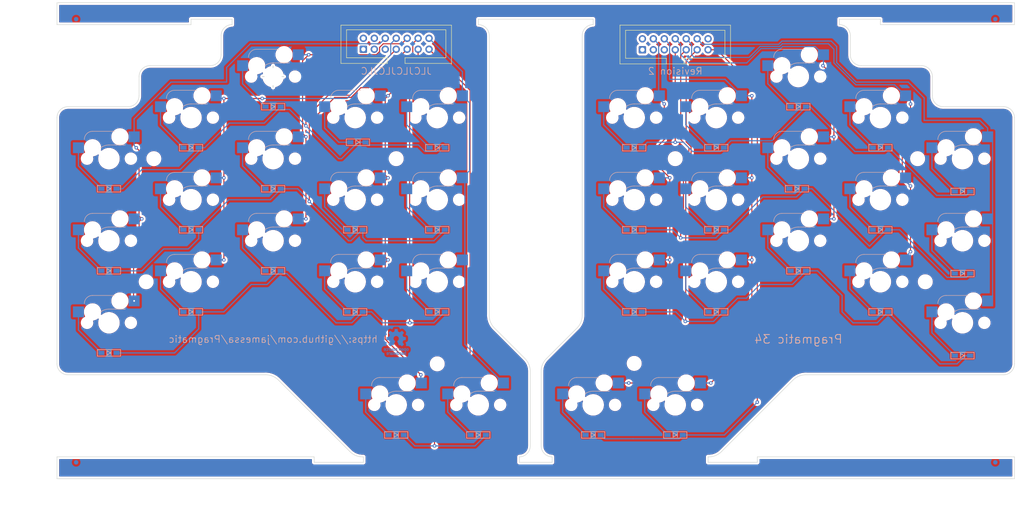
<source format=kicad_pcb>
(kicad_pcb (version 20211014) (generator pcbnew)
  (title_block (title "Pragmatic 34 input module") (date "2022-08-07") (rev "2") (company "James Sa") (comment 1 "R2 Panelize and lower thumb posisition."))
  (layers (0 "F.Cu" signal) (31 "B.Cu" signal) (34 "B.Paste" user) (35 "F.Paste" user) (36 "B.SilkS" user "B.Silkscreen") (37 "F.SilkS" user "F.Silkscreen") (38 "B.Mask" user) (39 "F.Mask" user) (44 "Edge.Cuts" user))
  (net 0 "")
  (net 1 "Net-(D1-Pad2)")
  (net 2 "Net-(D6-Pad2)")
  (net 3 "Net-(D2-Pad2)")
  (net 4 "Net-(D7-Pad2)")
  (net 5 "Net-(D12-Pad2)")
  (net 6 "Net-(D8-Pad2)")
  (net 7 "VCC")
  (net 8 "Col3")
  (net 9 "Col2")
  (net 10 "Row3")
  (net 11 "GND")
  (net 12 "Row4")
  (net 13 "Row5")
  (net 14 "Row6")
  (net 15 "Col6")
  (net 16 "Col5")
  (net 17 "Col4")
  (net 18 "Net-(D3-Pad2)")
  (net 19 "Net-(D4-Pad2)")
  (net 20 "Net-(D5-Pad2)")
  (net 21 "Net-(D18-Pad2)")
  (net 22 "Net-(D9-Pad2)")
  (net 23 "Net-(D10-Pad2)")
  (net 24 "Net-(D11-Pad2)")
  (net 25 "Net-(D13-Pad2)")
  (net 26 "Net-(D14-Pad2)")
  (net 27 "Net-(D15-Pad2)")
  (net 28 "Net-(D16-Pad2)")
  (net 29 "Net-(D17-Pad2)")
  (net 30 "Net-(D22-Pad2)")
  (net 31 "Net-(D23-Pad2)")
  (net 32 "Net-(D19-Pad2)")
  (net 33 "Net-(D20-Pad2)")
  (net 34 "Net-(D21-Pad2)")
  (net 35 "Net-(D24-Pad2)")
  (net 36 "Net-(D25-Pad2)")
  (net 37 "Net-(D26-Pad2)")
  (net 38 "Net-(D27-Pad2)")
  (net 39 "Net-(D28-Pad2)")
  (net 40 "Net-(D29-Pad2)")
  (net 41 "Net-(D30-Pad2)")
  (net 42 "Net-(D31-Pad2)")
  (net 43 "Net-(D32-Pad2)")
  (net 44 "Net-(D33-Pad2)")
  (net 45 "Net-(D34-Pad2)")
  (net 46 "Col7")
  (net 47 "Col8")
  (net 48 "Col9")
  (net 49 "Col10")
  (net 50 "Col11")
  (net 51 "Row3'")
  (net 52 "Row4'")
  (net 53 "Row5'")
  (net 54 "Row6'")
  (footprint "Keyboard_JSA:MX_Hotswap" (layer "F.Cu") (at 57.15 76.2)
    (fp_text reference "SW1" hide)
    (fp_text value "SW_Push" hide)
  )
  (footprint "Keyboard_JSA:MX_Hotswap" (layer "F.Cu") (at 198.12 66.675)
    (fp_text reference "SW7" hide)
    (fp_text value "SW_Push" hide)
  )
  (footprint "Keyboard_JSA:MX_Hotswap" (layer "F.Cu") (at 217.17 57.15)
    (fp_text reference "SW8" hide)
    (fp_text value "SW_Push" hide)
  )
  (footprint "Keyboard_JSA:MX_Hotswap" (layer "F.Cu") (at 76.2 66.675)
    (fp_text reference "SW2" hide)
    (fp_text value "SW_Push" hide)
  )
  (footprint "Keyboard_JSA:MX_Hotswap" (layer "F.Cu") (at 95.25 57.15)
    (fp_text reference "SW3" hide)
    (fp_text value "SW_Push" hide)
  )
  (footprint "Keyboard_JSA:MX_Hotswap" (layer "F.Cu") (at 114.3 66.675)
    (fp_text reference "SW4" hide)
    (fp_text value "SW_Push" hide)
  )
  (footprint "Keyboard_JSA:MX_Hotswap" (layer "F.Cu") (at 133.35 66.675)
    (fp_text reference "SW5" hide)
    (fp_text value "SW_Push" hide)
  )
  (footprint "Keyboard_JSA:MX_Hotswap" (layer "F.Cu") (at 236.22 66.675)
    (fp_text reference "SW9" hide)
    (fp_text value "SW_Push" hide)
  )
  (footprint "Keyboard_JSA:MX_Hotswap" (layer "F.Cu") (at 255.27 76.2)
    (fp_text reference "SW10" hide)
    (fp_text value "SW_Push" hide)
  )
  (footprint "Keyboard_JSA:MX_Hotswap" (layer "F.Cu") (at 57.15 95.25)
    (fp_text reference "SW11" hide)
    (fp_text value "SW_Push" hide)
  )
  (footprint "Keyboard_JSA:MX_Hotswap" (layer "F.Cu") (at 95.25 76.2)
    (fp_text reference "SW13" hide)
    (fp_text value "SW_Push" hide)
  )
  (footprint "Keyboard_JSA:MX_Hotswap" (layer "F.Cu") (at 114.3 85.725)
    (fp_text reference "SW14" hide)
    (fp_text value "SW_Push" hide)
  )
  (footprint "Keyboard_JSA:MX_Hotswap" (layer "F.Cu") (at 133.35 85.725)
    (fp_text reference "SW15" hide)
    (fp_text value "SW_Push" hide)
  )
  (footprint "Keyboard_JSA:MX_Hotswap" (layer "F.Cu") (at 179.07 85.725)
    (fp_text reference "SW16" hide)
    (fp_text value "SW_Push" hide)
  )
  (footprint "Keyboard_JSA:MX_Hotswap" (layer "F.Cu") (at 198.12 85.725)
    (fp_text reference "SW17" hide)
    (fp_text value "SW_Push" hide)
  )
  (footprint "Keyboard_JSA:MX_Hotswap" (layer "F.Cu") (at 76.2 104.775)
    (fp_text reference "SW22" hide)
    (fp_text value "SW_Push" hide)
  )
  (footprint "Keyboard_JSA:MX_Hotswap" (layer "F.Cu") (at 95.25 95.25)
    (fp_text reference "SW23" hide)
    (fp_text value "SW_Push" hide)
  )
  (footprint "MountingHole:MountingHole_2.5mm" (layer "F.Cu") (at 67.564 76.2)
    (fp_text reference "H1")
    (fp_text value "MountingHole" hide)
  )
  (footprint "MountingHole:MountingHole_2.5mm" (layer "F.Cu") (at 65.786 104.775)
    (fp_text reference "H2")
    (fp_text value "MountingHole" hide)
  )
  (footprint "MountingHole:MountingHole_2.5mm" (layer "F.Cu") (at 123.825 76.2)
    (fp_text reference "H3")
    (fp_text value "MountingHole")
  )
  (footprint "Connector_IDC:IDC-Header_2x07_P2.54mm_Vertical" (layer "F.Cu") (at 116.205 50.8 90)
    (fp_text reference "J1" hide)
    (fp_text value "Hand-Soldering")
  )
  (footprint "Keyboard_JSA:MX_Hotswap" (layer "F.Cu") (at 217.17 95.25)
    (fp_text reference "SW28" hide)
    (fp_text value "SW_Push" hide)
  )
  (footprint "MountingHole:MountingHole_2.5mm" (layer "F.Cu") (at 179.07 123.7234)
    (fp_text reference "H6")
    (fp_text value "MountingHole" hide)
  )
  (footprint "Keyboard_JSA:MX_Hotswap" (layer "F.Cu") (at 169.545 133.35)
    (fp_text reference "SW33" hide)
    (fp_text value "SW_Push" hide)
  )
  (footprint "Keyboard_JSA:MX_Hotswap" (layer "F.Cu") (at 255.27 95.25)
    (fp_text reference "SW20" hide)
    (fp_text value "SW_Push" hide)
  )
  (footprint "Keyboard_JSA:MX_Hotswap" (layer "F.Cu") (at 236.22 85.725)
    (fp_text reference "SW19" hide)
    (fp_text value "SW_Push" hide)
  )
  (footprint "Keyboard_JSA:MX_Hotswap" (layer "F.Cu") (at 179.07 104.775)
    (fp_text reference "SW26" hide)
    (fp_text value "SW_Push" hide)
  )
  (footprint "Keyboard_JSA:MX_Hotswap" (layer "F.Cu") (at 123.825 133.35)
    (fp_text reference "SW31" hide)
    (fp_text value "SW_Push" hide)
  )
  (footprint "Keyboard_JSA:MX_Hotswap" (layer "F.Cu") (at 188.595 133.35)
    (fp_text reference "SW34" hide)
    (fp_text value "SW_Push" hide)
  )
  (footprint "Keyboard_JSA:MX_Hotswap" (layer "F.Cu") (at 198.12 104.775)
    (fp_text reference "SW27" hide)
    (fp_text value "SW_Push" hide)
  )
  (footprint "Connector_IDC:IDC-Header_2x07_P2.54mm_Vertical" (layer "F.Cu") (at 180.975 50.9175 90)
    (fp_text reference "J2")
    (fp_text value "Hand-Soldering")
  )
  (footprint "Keyboard_JSA:MX_Hotswap" (layer "F.Cu") (at 236.22 104.775)
    (fp_text reference "SW29" hide)
    (fp_text value "SW_Push" hide)
  )
  (footprint "MountingHole:MountingHole_2.5mm" (layer "F.Cu") (at 244.856 76.2)
    (fp_text reference "H4")
    (fp_text value "MountingHole" hide)
  )
  (footprint "MountingHole:MountingHole_2.5mm" (layer "F.Cu") (at 246.634 104.775)
    (fp_text reference "H7")
    (fp_text value "MountingHole" hide)
  )
  (footprint "Keyboard_JSA:MX_Hotswap" (layer "F.Cu") (at 114.3 104.775)
    (fp_text reference "SW24" hide)
    (fp_text value "SW_Push" hide)
  )
  (footprint "Keyboard_JSA:MX_Hotswap" (layer "F.Cu") (at 57.15 114.3)
    (fp_text reference "SW21" hide)
    (fp_text value "SW_Push" hide)
  )
  (footprint "Keyboard_JSA:MX_Hotswap" (layer "F.Cu") (at 133.35 104.775)
    (fp_text reference "SW25" hide)
    (fp_text value "SW_Push" hide)
  )
  (footprint "Keyboard_JSA:MX_Hotswap" (layer "F.Cu") (at 255.27 114.3)
    (fp_text reference "SW30" hide)
    (fp_text value "SW_Push" hide)
  )
  (footprint "Keyboard_JSA:MX_Hotswap" (layer "F.Cu") (at 76.2 85.725)
    (fp_text reference "SW12" hide)
    (fp_text value "SW_Push" hide)
  )
  (footprint "Keyboard_JSA:MX_Hotswap" (layer "F.Cu") (at 179.07 66.675)
    (fp_text reference "SW6" hide)
    (fp_text value "SW_Push" hide)
  )
  (footprint "MountingHole:MountingHole_2.5mm" (layer "F.Cu") (at 188.595 76.2)
    (fp_text reference "H8")
    (fp_text value "MountingHole" hide)
  )
  (footprint "MountingHole:MountingHole_2.5mm" (layer "F.Cu") (at 133.35 123.825)
    (fp_text reference "H5")
    (fp_text value "MountingHole" hide)
  )
  (footprint "Keyboard_JSA:MX_Hotswap" (layer "F.Cu") (at 217.17 76.2)
    (fp_text reference "SW18" hide)
    (fp_text value "SW_Push" hide)
  )
  (footprint "Keyboard_JSA:MX_Hotswap" (layer "F.Cu") (at 142.875 133.35)
    (fp_text reference "SW32" hide)
    (fp_text value "SW_Push" hide)
  )
  (footprint "Keyboard_Foostan:D3_SMD_v2" (layer "B.Cu") (at 57.15 83.185 180)
    (fp_text reference "D1" hide)
    (fp_text value "1N4148" hide)
  )
  (footprint "Keyboard_Foostan:D3_SMD_v2" (layer "B.Cu") (at 198.12 73.66 180)
    (fp_text reference "D7" hide)
    (fp_text value "1N4148" hide)
  )
  (footprint "Keyboard_Foostan:D3_SMD_v2" (layer "B.Cu") (at 217.17 64.135 180)
    (fp_text reference "D8" hide)
    (fp_text value "1N4148" hide)
  )
  (footprint "Keyboard_Foostan:D3_SMD_v2" (layer "B.Cu") (at 76.2 73.66 180)
    (fp_text reference "D2" hide)
    (fp_text value "1N4148" hide)
  )
  (footprint "Keyboard_Foostan:D3_SMD_v2" (layer "B.Cu") (at 95.25 64.135 180)
    (fp_text reference "D3" hide)
    (fp_text value "1N4148" hide)
  )
  (footprint "Keyboard_Foostan:D3_SMD_v2" (layer "B.Cu") (at 114.935 72.39 180)
    (fp_text reference "D4" hide)
    (fp_text value "1N4148" hide)
  )
  (footprint "Keyboard_Foostan:D3_SMD_v2" (layer "B.Cu") (at 133.35 73.66 180)
    (fp_text reference "D5" hide)
    (fp_text value "1N4148" hide)
  )
  (footprint "Keyboard_Foostan:D3_SMD_v2" (layer "B.Cu") (at 236.22 73.66 180)
    (fp_text reference "D9" hide)
    (fp_text value "1N4148" hide)
  )
  (footprint "Keyboard_Foostan:D3_SMD_v2" (layer "B.Cu") (at 255.27 83.82 180)
    (fp_text reference "D10" hide)
    (fp_text value "1N4148" hide)
  )
  (footprint "Keyboard_Foostan:D3_SMD_v2" (layer "B.Cu") (at 57.15 102.235 180)
    (fp_text reference "D11" hide)
    (fp_text value "1N4148" hide)
  )
  (footprint "Keyboard_Foostan:D3_SMD_v2" (layer "B.Cu") (at 95.25 83.185 180)
    (fp_text reference "D13" hide)
    (fp_text value "1N4148" hide)
  )
  (footprint "Keyboard_Foostan:D3_SMD_v2" (layer "B.Cu") (at 114.3 92.71 180)
    (fp_text reference "D14" hide)
    (fp_text value "1N4148" hide)
  )
  (footprint "Keyboard_Foostan:D3_SMD_v2" (layer "B.Cu") (at 133.35 92.71 180)
    (fp_text reference "D15" hide)
    (fp_text value "1N4148" hide)
  )
  (footprint "Keyboard_Foostan:D3_SMD_v2" (layer "B.Cu") (at 179.07 92.71 180)
    (fp_text reference "D16" hide)
    (fp_text value "1N4148" hide)
  )
  (footprint "Keyboard_Foostan:D3_SMD_v2" (layer "B.Cu") (at 198.12 92.71 180)
    (fp_text reference "D17" hide)
    (fp_text value "1N4148" hide)
  )
  (footprint "Keyboard_Foostan:D3_SMD_v2" (layer "B.Cu") (at 76.2 111.76 180)
    (fp_text reference "D22" hide)
    (fp_text value "1N4148" hide)
  )
  (footprint "Keyboard_Foostan:D3_SMD_v2" (layer "B.Cu") (at 95.25 102.235 180)
    (fp_text reference "D23" hide)
    (fp_text value "1N4148" hide)
  )
  (footprint "Fiducial:Fiducial_1mm_Mask2mm" (layer "B.Cu") (at 262.89 43.815 180)
    (fp_text reference "REF**" hide)
    (fp_text value "Fiducial_1mm_Mask2mm" hide)
  )
  (footprint "Fiducial:Fiducial_1mm_Mask2mm" (layer "B.Cu") (at 262.89 146.685 180)
    (fp_text reference "REF**" hide)
    (fp_text value "Fiducial_1mm_Mask2mm" hide)
  )
  (footprint "Keyboard_Foostan:D3_SMD_v2" (layer "B.Cu") (at 198.12 111.76 180)
    (fp_text reference "D27" hide)
    (fp_text value "1N4148" hide)
  )
  (footprint "Keyboard_Foostan:D3_SMD_v2" (layer "B.Cu") (at 255.27 102.87 180)
    (fp_text reference "D20" hide)
    (fp_text value "1N4148" hide)
  )
  (footprint "Keyboard_Foostan:D3_SMD_v2" (layer "B.Cu") (at 57.15 121.285 180)
    (fp_text reference "D21" hide)
    (fp_text value "1N4148" hide)
  )
  (footprint "Keyboard_Foostan:D3_SMD_v2" (layer "B.Cu") (at 217.17 102.235 180)
    (fp_text reference "D28" hide)
    (fp_text value "1N4148" hide)
  )
  (footprint "Keyboard_Foostan:D3_SMD_v2" (layer "B.Cu") (at 133.35 111.76 180)
    (fp_text reference "D25" hide)
    (fp_text value "1N4148" hide)
  )
  (footprint "Keyboard_Foostan:D3_SMD_v2" (layer "B.Cu") (at 76.2 92.71 180)
    (fp_text reference "D12" hide)
    (fp_text value "1N4148" hide)
  )
  (footprint "Keyboard_Foostan:D3_SMD_v2" (layer "B.Cu") (at 169.545 140.335 180)
    (fp_text reference "D33" hide)
    (fp_text value "1N4148" hide)
  )
  (footprint "Keyboard_Foostan:D3_SMD_v2" (layer "B.Cu") (at 179.07 111.76 180)
    (fp_text reference "D26" hide)
    (fp_text value "1N4148" hide)
  )
  (footprint "Keyboard_Foostan:D3_SMD_v2" (layer "B.Cu") (at 142.875 140.335 180)
    (fp_text reference "D32" hide)
    (fp_text value "1N4148" hide)
  )
  (footprint "Keyboard_Foostan:D3_SMD_v2" (layer "B.Cu") (at 114.3 111.76 180)
    (fp_text reference "D24" hide)
    (fp_text value "1N4148" hide)
  )
  (footprint "Fiducial:Fiducial_1mm_Mask2mm" (layer "B.Cu") (at 49.53 43.815 180)
    (fp_text reference "REF**" hide)
    (fp_text value "Fiducial_1mm_Mask2mm" hide)
  )
  (footprint "Keyboard_Foostan:D3_SMD_v2" (layer "B.Cu") (at 236.22 111.76 180)
    (fp_text reference "D29" hide)
    (fp_text value "1N4148" hide)
  )
  (footprint "Keyboard_Foostan:D3_SMD_v2" (layer "B.Cu") (at 188.595 140.335 180)
    (fp_text reference "D34" hide)
    (fp_text value "1N4148" hide)
  )
  (footprint "Symbol:KiCad-Logo2_5mm_Copper" (layer "B.Cu") (at 188.600617 119.801468 180)
    (fp_text reference "REF**" hide)
    (fp_text value "KiCad-Logo2_5mm_Copper" hide)
  )
  (footprint "Keyboard_Foostan:D3_SMD_v2" (layer "B.Cu") (at 236.22 92.71 180)
    (fp_text reference "D19" hide)
    (fp_text value "1N4148" hide)
  )
  (footprint "Keyboard_Foostan:D3_SMD_v2" (layer "B.Cu") (at 123.825 140.335 180)
    (fp_text reference "D31" hide)
    (fp_text value "1N4148" hide)
  )
  (footprint "Keyboard_Foostan:D3_SMD_v2" (layer "B.Cu") (at 216.85 83.185 180)
    (fp_text reference "D18" hide)
    (fp_text value "1N4148" hide)
  )
  (footprint "Symbol:OSHW-Logo_5.7x6mm_Copper" (layer "B.Cu") (at 123.825 118.745 180)
    (fp_text reference "LOGO1" hide)
    (fp_text value "Logo_Open_Hardware_Small" hide)
  )
  (footprint "Keyboard_Foostan:D3_SMD_v2" (layer "B.Cu") (at 255.27 121.92 180)
    (fp_text reference "D30" hide)
    (fp_text value "1N4148" hide)
  )
  (footprint "Fiducial:Fiducial_1mm_Mask2mm" (layer "B.Cu") (at 49.53 146.685 180)
    (fp_text reference "REF**" hide)
    (fp_text value "Fiducial_1mm_Mask2mm" hide)
  )
  (footprint "Keyboard_Foostan:D3_SMD_v2" (layer "B.Cu") (at 179.07 73.66 180)
    (fp_text reference "D6" hide)
    (fp_text value "1N4148" hide)
  )
  (gr_line (start 267.335 145.415) (end 207.645 145.415) (layer "Edge.Cuts") (width 0.12))
  (gr_arc (start 146.685 115.57) (mid 145.710394 114.118342) (end 145.415 112.395) (layer "Edge.Cuts") (width 0.12))
  (gr_line (start 207.645 146.685) (end 207.645 145.415) (layer "Edge.Cuts") (width 0.12))
  (gr_line (start 116.205 146.685) (end 104.775 146.685) (layer "Edge.Cuts") (width 0.12))
  (gr_line (start 45.085 145.415) (end 45.085 150.495) (layer "Edge.Cuts") (width 0.12))
  (gr_arc (start 153.67 122.555) (mid 154.644606 124.006658) (end 154.94 125.73) (layer "Edge.Cuts") (width 0.12))
  (gr_line (start 267.335 40.005) (end 267.335 45.085) (layer "Edge.Cuts") (width 0.12))
  (gr_arc (start 215.9 127.635) (mid 217.351658 126.660394) (end 219.075 126.365) (layer "Edge.Cuts") (width 0.12))
  (gr_arc (start 250.825 64.135) (mid 249.028949 63.391051) (end 248.285 61.595) (layer "Edge.Cuts") (width 0.12))
  (gr_line (start 264.795 64.135) (end 250.825 64.135) (layer "Edge.Cuts") (width 0.12))
  (gr_line (start 45.085 66.675) (end 45.085 123.825) (layer "Edge.Cuts") (width 0.12))
  (gr_arc (start 167.005 112.395) (mid 166.709607 114.118343) (end 165.735 115.57) (layer "Edge.Cuts") (width 0.12))
  (gr_line (start 85.725 45.085) (end 85.725 43.815) (layer "Edge.Cuts") (width 0.12))
  (gr_arc (start 267.335 123.825) (mid 266.591051 125.621051) (end 264.795 126.365) (layer "Edge.Cuts") (width 0.12))
  (gr_line (start 142.875 43.815) (end 169.545 43.815) (layer "Edge.Cuts") (width 0.12))
  (gr_line (start 267.335 123.825) (end 267.335 66.675) (layer "Edge.Cuts") (width 0.12))
  (gr_arc (start 45.085 66.675) (mid 45.828949 64.878949) (end 47.625 64.135) (layer "Edge.Cuts") (width 0.12))
  (gr_line (start 229.235 52.07) (end 229.235 47.625) (layer "Edge.Cuts") (width 0.12))
  (gr_arc (start 116.205 145.415) (mid 114.481658 145.119606) (end 113.03 144.145) (layer "Edge.Cuts") (width 0.12))
  (gr_line (start 267.335 40.005) (end 45.085 40.005) (layer "Edge.Cuts") (width 0.12))
  (gr_line (start 116.205 145.415) (end 116.205 146.685) (layer "Edge.Cuts") (width 0.12))
  (gr_arc (start 93.345 126.365) (mid 95.068342 126.660394) (end 96.52 127.635) (layer "Edge.Cuts") (width 0.12))
  (gr_line (start 215.9 127.635) (end 199.39 144.145) (layer "Edge.Cuts") (width 0.12))
  (gr_line (start 76.2 43.815) (end 76.2 45.085) (layer "Edge.Cuts") (width 0.12))
  (gr_line (start 45.085 45.085) (end 45.085 40.005) (layer "Edge.Cuts") (width 0.12))
  (gr_line (start 152.4 146.685) (end 160.02 146.685) (layer "Edge.Cuts") (width 0.12))
  (gr_arc (start 64.135 61.595) (mid 63.391051 63.391051) (end 61.595 64.135) (layer "Edge.Cuts") (width 0.12))
  (gr_line (start 80.645 54.61) (end 66.675 54.61) (layer "Edge.Cuts") (width 0.12))
  (gr_arc (start 226.695 45.085) (mid 228.491051 45.828949) (end 229.235 47.625) (layer "Edge.Cuts") (width 0.12))
  (gr_line (start 219.075 126.365) (end 264.795 126.365) (layer "Edge.Cuts") (width 0.12))
  (gr_line (start 236.22 43.815) (end 226.695 43.815) (layer "Edge.Cuts") (width 0.12))
  (gr_line (start 113.03 144.145) (end 96.52 127.635) (layer "Edge.Cuts") (width 0.12))
  (gr_arc (start 47.625 126.365) (mid 45.828949 125.621051) (end 45.085 123.825) (layer "Edge.Cuts") (width 0.12))
  (gr_arc (start 83.185 52.07) (mid 82.441051 53.866051) (end 80.645 54.61) (layer "Edge.Cuts") (width 0.12))
  (gr_arc (start 64.135 57.15) (mid 64.878949 55.353949) (end 66.675 54.61) (layer "Edge.Cuts") (width 0.12))
  (gr_line (start 169.545 43.815) (end 169.545 45.085) (layer "Edge.Cuts") (width 0.12))
  (gr_arc (start 160.02 145.415) (mid 158.223949 144.671051) (end 157.48 142.875) (layer "Edge.Cuts") (width 0.12))
  (gr_line (start 61.595 64.135) (end 47.625 64.135) (layer "Edge.Cuts") (width 0.12))
  (gr_line (start 47.625 126.365) (end 93.345 126.365) (layer "Edge.Cuts") (width 0.12))
  (gr_arc (start 264.795 64.135) (mid 266.591051 64.878949) (end 267.335 66.675) (layer "Edge.Cuts") (width 0.12))
  (gr_line (start 104.775 145.415) (end 104.775 146.685) (layer "Edge.Cuts") (width 0.12))
  (gr_arc (start 245.745 54.61) (mid 247.541051 55.353949) (end 248.285 57.15) (layer "Edge.Cuts") (width 0.12))
  (gr_line (start 226.695 43.815) (end 226.695 45.085) (layer "Edge.Cuts") (width 0.12))
  (gr_arc (start 83.185 47.625) (mid 83.928949 45.828949) (end 85.725 45.085) (layer "Edge.Cuts") (width 0.12))
  (gr_arc (start 157.48 125.73) (mid 157.775393 124.006657) (end 158.75 122.555) (layer "Edge.Cuts") (width 0.12))
  (gr_line (start 267.335 45.085) (end 236.22 45.085) (layer "Edge.Cuts") (width 0.12))
  (gr_line (start 157.48 142.875) (end 157.48 125.73) (layer "Edge.Cuts") (width 0.12))
  (gr_line (start 85.725 43.815) (end 76.2 43.815) (layer "Edge.Cuts") (width 0.12))
  (gr_line (start 153.67 122.555) (end 146.685 115.57) (layer "Edge.Cuts") (width 0.12))
  (gr_line (start 152.4 145.415) (end 152.4 146.685) (layer "Edge.Cuts") (width 0.12))
  (gr_arc (start 199.39 144.145) (mid 197.938342 145.119606) (end 196.215 145.415) (layer "Edge.Cuts") (width 0.12))
  (gr_line (start 83.185 47.625) (end 83.185 52.07) (layer "Edge.Cuts") (width 0.12))
  (gr_line (start 167.005 47.625) (end 167.005 112.395) (layer "Edge.Cuts") (width 0.12))
  (gr_line (start 104.775 145.415) (end 45.085 145.415) (layer "Edge.Cuts") (width 0.12))
  (gr_line (start 160.02 146.685) (end 160.02 145.415) (layer "Edge.Cuts") (width 0.12))
  (gr_line (start 196.215 146.685) (end 196.215 145.415) (layer "Edge.Cuts") (width 0.12))
  (gr_line (start 165.735 115.57) (end 158.75 122.555) (layer "Edge.Cuts") (width 0.12))
  (gr_arc (start 231.775 54.61) (mid 229.978949 53.866051) (end 229.235 52.07) (layer "Edge.Cuts") (width 0.12))
  (gr_arc (start 154.94 142.875) (mid 154.196051 144.671051) (end 152.4 145.415) (layer "Edge.Cuts") (width 0.12))
  (gr_line (start 154.94 125.73) (end 154.94 142.875) (layer "Edge.Cuts") (width 0.12))
  (gr_line (start 267.335 150.495) (end 45.085 150.495) (layer "Edge.Cuts") (width 0.12))
  (gr_line (start 267.335 150.495) (end 267.335 145.415) (layer "Edge.Cuts") (width 0.12))
  (gr_line (start 236.22 45.085) (end 236.22 43.815) (layer "Edge.Cuts") (width 0.12))
  (gr_line (start 76.2 45.085) (end 45.085 45.085) (layer "Edge.Cuts") (width 0.12))
  (gr_arc (start 167.005 47.625) (mid 167.748949 45.828949) (end 169.545 45.085) (layer "Edge.Cuts") (width 0.12))
  (gr_line (start 142.875 45.085) (end 142.875 43.815) (layer "Edge.Cuts") (width 0.12))
  (gr_line (start 245.745 54.61) (end 231.775 54.61) (layer "Edge.Cuts") (width 0.12))
  (gr_line (start 64.135 57.15) (end 64.135 61.595) (layer "Edge.Cuts") (width 0.12))
  (gr_line (start 248.285 61.595) (end 248.285 57.15) (layer "Edge.Cuts") (width 0.12))
  (gr_line (start 145.415 112.395) (end 145.415 47.625) (layer "Edge.Cuts") (width 0.12))
  (gr_arc (start 142.875 45.085) (mid 144.671051 45.828949) (end 145.415 47.625) (layer "Edge.Cuts") (width 0.12))
  (gr_line (start 207.645 146.685) (end 196.215 146.685) (layer "Edge.Cuts") (width 0.12))
  (gr_text "Pragmatic 34" (at 217.17 118.11) (layer "B.SilkS") (effects (font (size 2 2) (thickness 0.2)) (justify mirror)))
  (gr_text "김" (at 68.58 93.98) (layer "B.SilkS") (effects (font (size 1 1)) (justify mirror)))
  (gr_text "JLCJLCJLCJLC" (at 123.825 55.88) (layer "B.SilkS") (effects (font (size 1.6 1.6) (thickness 0.16)) (justify mirror)))
  (gr_text "https://github.com/jamessa/Pragmatic" (at 95.25 118.11) (layer "B.SilkS") (effects (font (size 1.6 1.6) (thickness 0.16)) (justify mirror)))
  (gr_text "김" (at 67.31 94.615) (layer "B.SilkS") (effects (font (size 1.5 1.5)) (justify mirror)))
  (gr_text "Revision 2" (at 188.595 55.88) (layer "B.SilkS") (effects (font (size 1.6 1.6) (thickness 0.16)) (justify mirror)))
  (target plus (at 95.25 57.15) (size 5) (width 0.12) (layer "Edge.Cuts"))
  (target plus (at 95.25 57.15) (size 5) (width 0.12) (layer "Edge.Cuts"))
  (segment (start 50.065 77.875) (end 55.375 83.185) (width 0.25) (layer "B.Cu") (net 1))
  (segment (start 50.065 73.66) (end 50.065 77.875) (width 0.25) (layer "B.Cu") (net 1))
  (segment (start 171.985 64.135) (end 171.985 68.35) (width 0.25) (layer "B.Cu") (net 2))
  (segment (start 171.985 68.35) (end 177.295 73.66) (width 0.25) (layer "B.Cu") (net 2))
  (segment (start 69.115 64.135) (end 69.115 68.35) (width 0.25) (layer "B.Cu") (net 3))
  (segment (start 69.115 68.35) (end 74.425 73.66) (width 0.25) (layer "B.Cu") (net 3))
  (segment (start 196.345 73.66) (end 191.035 68.35) (width 0.25) (layer "B.Cu") (net 4))
  (segment (start 191.035 68.35) (end 191.035 64.135) (width 0.25) (layer "B.Cu") (net 4))
  (segment (start 69.115 87.4) (end 74.425 92.71) (width 0.25) (layer "B.Cu") (net 5))
  (segment (start 69.115 83.185) (end 69.115 87.4) (width 0.25) (layer "B.Cu") (net 5))
  (segment (start 215.395 64.135) (end 210.085 58.825) (width 0.25) (layer "B.Cu") (net 6))
  (segment (start 210.085 58.825) (end 210.085 54.61) (width 0.25) (layer "B.Cu") (net 6))
  (segment (start 92.71 62.23) (end 83.82 62.23) (width 0.25) (layer "F.Cu") (net 8))
  (segment (start 83.82 80.645) (end 83.82 99.695) (width 0.25) (layer "F.Cu") (net 8))
  (segment (start 83.82 62.23) (end 83.82 80.645) (width 0.25) (layer "F.Cu") (net 8))
  (via (at 92.71 62.23) (size 0.8) (drill 0.4) (layers "F.Cu" "B.Cu") (net 8))
  (via (at 83.82 62.23) (size 0.8) (drill 0.4) (layers "F.Cu" "B.Cu") (net 8))
  (via (at 83.82 80.645) (size 0.8) (drill 0.4) (layers "F.Cu" "B.Cu") (net 8))
  (via (at 83.82 99.695) (size 0.8) (drill 0.4) (layers "F.Cu" "B.Cu") (net 8))
  (segment (start 123.825 48.26) (end 122.555 49.53) (width 0.25) (layer "B.Cu") (net 8))
  (segment (start 83.82 99.695) (end 82.042 99.695) (width 0.25) (layer "B.Cu") (net 8))
  (segment (start 83.82 62.23) (end 82.677 62.23) (width 0.25) (layer "B.Cu") (net 8))
  (segment (start 122.555 52.07) (end 112.395 62.23) (width 0.25) (layer "B.Cu") (net 8))
  (segment (start 83.82 80.645) (end 82.042 80.645) (width 0.25) (layer "B.Cu") (net 8))
  (segment (start 112.395 62.23) (end 92.71 62.23) (width 0.25) (layer "B.Cu") (net 8))
  (segment (start 122.555 49.53) (end 122.555 52.07) (width 0.25) (layer "B.Cu") (net 8))
  (segment (start 82.677 62.23) (end 82.042 61.595) (width 0.25) (layer "B.Cu") (net 8))
  (segment (start 64.135 74.295) (end 64.135 89.535) (width 0.25) (layer "F.Cu") (net 9))
  (segment (start 63.5 73.66) (end 64.135 74.295) (width 0.25) (layer "F.Cu") (net 9))
  (segment (start 62.865 101.6) (end 62.865 109.093) (width 0.25) (layer "F.Cu") (net 9))
  (segment (start 64.160999 100.304001) (end 62.865 101.6) (width 0.25) (layer "F.Cu") (net 9))
  (segment (start 64.135 89.535) (end 64.77 90.17) (width 0.25) (layer "F.Cu") (net 9))
  (segment (start 62.865 109.093) (end 62.992 109.22) (width 0.25) (layer "F.Cu") (net 9))
  (segment (start 64.77 90.17) (end 64.160999 90.779001) (width 0.25) (layer "F.Cu") (net 9))
  (segment (start 64.160999 90.779001) (end 64.160999 100.304001) (width 0.25) (layer "F.Cu") (net 9))
  (via (at 64.77 90.17) (size 0.8) (drill 0.4) (layers "F.Cu" "B.Cu") (net 9))
  (via (at 62.992 109.22) (size 0.8) (drill 0.4) (layers "F.Cu" "B.Cu") (net 9))
  (via (at 63.5 73.66) (size 0.8) (drill 0.4) (layers "F.Cu" "B.Cu") (net 9))
  (segment (start 89.962 49.53) (end 84.455 55.037) (width 0.25) (layer "B.Cu") (net 9))
  (segment (start 62.992 66.975) (end 62.992 71.12) (width 0.25) (layer "B.Cu") (net 9))
  (segment (start 62.992 71.12) (end 62.992 73.152) (width 0.25) (layer "B.Cu") (net 9))
  (segment (start 84.455 55.037) (end 84.455 58.42) (width 0.25) (layer "B.Cu") (net 9))
  (segment (start 64.77 90.17) (end 62.992 90.17) (width 0.25) (layer "B.Cu") (net 9))
  (segment (start 71.547 58.42) (end 62.992 66.975) (width 0.25) (layer "B.Cu") (net 9))
  (segment (start 84.455 58.42) (end 71.547 58.42) (width 0.25) (layer "B.Cu") (net 9))
  (segment (start 120.015 49.53) (end 89.962 49.53) (width 0.25) (layer "B.Cu") (net 9))
  (segment (start 121.285 48.26) (end 120.015 49.53) (width 0.25) (layer "B.Cu") (net 9))
  (segment (start 62.992 73.152) (end 63.5 73.66) (width 0.25) (layer "B.Cu") (net 9))
  (segment (start 113.141651 61.483349) (end 108.061651 61.483349) (width 0.25) (layer "F.Cu") (net 10))
  (segment (start 108.061651 61.483349) (end 102.87 66.675) (width 0.25) (layer "F.Cu") (net 10))
  (segment (start 102.87 66.675) (end 102.87 68.58) (width 0.25) (layer "F.Cu") (net 10))
  (segment (start 123.825 50.8) (end 113.141651 61.483349) (width 0.25) (layer "F.Cu") (net 10))
  (via (at 102.87 68.58) (size 0.8) (drill 0.4) (layers "F.Cu" "B.Cu") (net 10))
  (segment (start 130.496 74.539) (end 128.982 73.025) (width 0.25) (layer "B.Cu") (net 10))
  (segment (start 77.975 74.425) (end 73.66 78.74) (width 0.25) (layer "B.Cu") (net 10))
  (segment (start 110.49 76.2) (end 102.87 68.58) (width 0.25) (layer "B.Cu") (net 10))
  (segment (start 77.975 73.66) (end 77.975 74.425) (width 0.25) (layer "B.Cu") (net 10))
  (segment (start 135.255 73.66) (end 134.62 73.025) (width 0.25) (layer "B.Cu") (net 10))
  (segment (start 128.982 73.025) (end 117.345 73.025) (width 0.25) (layer "B.Cu") (net 10))
  (segment (start 111.125 76.2) (end 110.49 76.2) (width 0.25) (layer "B.Cu") (net 10))
  (segment (start 85.09 67.945) (end 79.375 73.66) (width 0.25) (layer "B.Cu") (net 10))
  (segment (start 97.155 64.77) (end 97.025 64.64) (width 0.25) (layer "B.Cu") (net 10))
  (segment (start 134.62 73.025) (end 133.106 74.539) (width 0.25) (layer "B.Cu") (net 10))
  (segment (start 135.125 73.66) (end 135.255 73.66) (width 0.25) (layer "B.Cu") (net 10))
  (segment (start 102.87 68.58) (end 99.06 64.77) (width 0.25) (layer "B.Cu") (net 10))
  (segment (start 73.66 78.74) (end 64.77 78.74) (width 0.25) (layer "B.Cu") (net 10))
  (segment (start 114.935 72.39) (end 111.125 76.2) (width 0.25) (layer "B.Cu") (net 10))
  (segment (start 60.325 83.185) (end 58.925 83.185) (width 0.25) (layer "B.Cu") (net 10))
  (segment (start 117.345 73.025) (end 116.71 72.39) (width 0.25) (layer "B.Cu") (net 10))
  (segment (start 97.025 64.64) (end 97.025 64.135) (width 0.25) (layer "B.Cu") (net 10))
  (segment (start 116.71 72.39) (end 114.935 72.39) (width 0.25) (layer "B.Cu") (net 10))
  (segment (start 93.215 67.945) (end 85.09 67.945) (width 0.25) (layer "B.Cu") (net 10))
  (segment (start 99.06 64.77) (end 97.155 64.77) (width 0.25) (layer "B.Cu") (net 10))
  (segment (start 97.025 64.135) (end 93.215 67.945) (width 0.25) (layer "B.Cu") (net 10))
  (segment (start 64.77 78.74) (end 60.325 83.185) (width 0.25) (layer "B.Cu") (net 10))
  (segment (start 79.375 73.66) (end 77.975 73.66) (width 0.25) (layer "B.Cu") (net 10))
  (segment (start 133.106 74.539) (end 130.496 74.539) (width 0.25) (layer "B.Cu") (net 10))
  (segment (start 113.350208 61.98685) (end 109.540208 61.98685) (width 0.25) (layer "F.Cu") (net 12))
  (segment (start 126.365 50.8) (end 117.445001 59.719999) (width 0.25) (layer "F.Cu") (net 12))
  (segment (start 103.6485 67.878558) (end 103.6485 86.133924) (width 0.25) (layer "F.Cu") (net 12))
  (segment (start 115.617059 59.719999) (end 113.350208 61.98685) (width 0.25) (layer "F.Cu") (net 12))
  (segment (start 117.445001 59.719999) (end 115.617059 59.719999) (width 0.25) (layer "F.Cu") (net 12))
  (segment (start 109.540208 61.98685) (end 103.6485 67.878558) (width 0.25) (layer "F.Cu") (net 12))
  (via (at 103.6485 86.133924) (size 0.8) (drill 0.4) (layers "F.Cu" "B.Cu") (net 12))
  (segment (start 77.975 94.745) (end 75.565 97.155) (width 0.25) (layer "B.Cu") (net 12))
  (segment (start 103.6485 85.8685) (end 103.6485 86.133924) (width 0.25) (layer "B.Cu") (net 12))
  (segment (start 115.875 92.71) (end 113.335 95.25) (width 0.25) (layer "B.Cu") (net 12))
  (segment (start 116.075 94.485) (end 116.075 92.71) (width 0.25) (layer "B.Cu") (net 12))
  (segment (start 97.025 83.185) (end 97.025 83.315) (width 0.25) (layer "B.Cu") (net 12))
  (segment (start 97.025 83.315) (end 94.615 85.725) (width 0.25) (layer "B.Cu") (net 12))
  (segment (start 97.025 83.185) (end 100.965 83.185) (width 0.25) (layer "B.Cu") (net 12))
  (segment (start 132.585 95.25) (end 116.84 95.25) (width 0.25) (layer "B.Cu") (net 12))
  (segment (start 84.96 85.725) (end 77.975 92.71) (width 0.25) (layer "B.Cu") (net 12))
  (segment (start 77.975 92.71) (end 77.975 94.745) (width 0.25) (layer "B.Cu") (net 12))
  (segment (start 135.125 92.71) (end 132.585 95.25) (width 0.25) (layer "B.Cu") (net 12))
  (segment (start 116.84 95.25) (end 116.075 94.485) (width 0.25) (layer "B.Cu") (net 12))
  (segment (start 69.85 97.155) (end 64.77 102.235) (width 0.25) (layer "B.Cu") (net 12))
  (segment (start 75.565 97.155) (end 69.85 97.155) (width 0.25) (layer "B.Cu") (net 12))
  (segment (start 113.335 95.25) (end 112.764576 95.25) (width 0.25) (layer "B.Cu") (net 12))
  (segment (start 112.764576 95.25) (end 103.6485 86.133924) (width 0.25) (layer "B.Cu") (net 12))
  (segment (start 100.965 83.185) (end 103.6485 85.8685) (width 0.25) (layer "B.Cu") (net 12))
  (segment (start 116.075 92.71) (end 115.875 92.71) (width 0.25) (layer "B.Cu") (net 12))
  (segment (start 64.77 102.235) (end 58.925 102.235) (width 0.25) (layer "B.Cu") (net 12))
  (segment (start 94.615 85.725) (end 84.96 85.725) (width 0.25) (layer "B.Cu") (net 12))
  (segment (start 126.944999 57.282059) (end 126.944999 114.244999) (width 0.25) (layer "F.Cu") (net 13))
  (segment (start 128.905 55.322058) (end 126.944999 57.282059) (width 0.25) (layer "F.Cu") (net 13))
  (segment (start 128.905 50.8) (end 128.905 55.322058) (width 0.25) (layer "F.Cu") (net 13))
  (segment (start 126.944999 114.244999) (end 127 114.3) (width 0.25) (layer "F.Cu") (net 13))
  (via (at 127 114.3) (size 0.8) (drill 0.4) (layers "F.Cu" "B.Cu") (net 13))
  (segment (start 113.535 114.3) (end 109.855 114.3) (width 0.25) (layer "B.Cu") (net 13))
  (segment (start 83.82 111.76) (end 77.975 111.76) (width 0.25) (layer "B.Cu") (net 13))
  (segment (start 120.65 114.3) (end 118.11 111.76) (width 0.25) (layer "B.Cu") (net 13))
  (segment (start 77.975 111.76) (end 77.975 115.7) (width 0.25) (layer "B.Cu") (net 13))
  (segment (start 93.85 105.41) (end 90.17 105.41) (width 0.25) (layer "B.Cu") (net 13))
  (segment (start 97.025 102.235) (end 93.85 105.41) (width 0.25) (layer "B.Cu") (net 13))
  (segment (start 116.075 111.76) (end 113.535 114.3) (width 0.25) (layer "B.Cu") (net 13))
  (segment (start 98.425 102.87) (end 97.66 102.87) (width 0.25) (layer "B.Cu") (net 13))
  (segment (start 135.125 111.76) (end 132.585 114.3) (width 0.25) (layer "B.Cu") (net 13))
  (segment (start 72.39 121.285) (end 58.925 121.285) (width 0.25) (layer "B.Cu") (net 13))
  (segment (start 90.17 105.41) (end 83.82 111.76) (width 0.25) (layer "B.Cu") (net 13))
  (segment (start 97.66 102.87) (end 97.025 102.235) (width 0.25) (layer "B.Cu") (net 13))
  (segment (start 109.855 114.3) (end 98.425 102.87) (width 0.25) (layer "B.Cu") (net 13))
  (segment (start 118.11 111.76) (end 116.075 111.76) (width 0.25) (layer "B.Cu") (net 13))
  (segment (start 77.975 115.7) (end 72.39 121.285) (width 0.25) (layer "B.Cu") (net 13))
  (segment (start 132.585 114.3) (end 120.65 114.3) (width 0.25) (layer "B.Cu") (net 13))
  (segment (start 140.97 60.325) (end 140.97 121.285) (width 0.25) (layer "F.Cu") (net 14))
  (segment (start 140.97 121.285) (end 132.715 129.54) (width 0.25) (layer "F.Cu") (net 14))
  (segment (start 132.715 129.54) (end 132.715 142.875) (width 0.25) (layer "F.Cu") (net 14))
  (segment (start 131.445 50.8) (end 140.97 60.325) (width 0.25) (layer "F.Cu") (net 14))
  (via (at 132.715 142.875) (size 0.8) (drill 0.4) (layers "F.Cu" "B.Cu") (net 14))
  (segment (start 142.11 142.875) (end 132.715 142.875) (width 0.25) (layer "B.Cu") (net 14))
  (segment (start 128.14 142.875) (end 125.6 140.335) (width 0.25) (layer "B.Cu") (net 14))
  (segment (start 144.65 140.335) (end 142.11 142.875) (width 0.25) (layer "B.Cu") (net 14))
  (segment (start 132.715 142.875) (end 128.14 142.875) (width 0.25) (layer "B.Cu") (net 14))
  (segment (start 139.755001 81.208001) (end 139.755001 99.131999) (width 0.25) (layer "B.Cu") (net 15))
  (segment (start 140.852667 63.255667) (end 140.852667 78.984333) (width 0.25) (layer "B.Cu") (net 15))
  (segment (start 139.192 80.645) (end 139.755001 81.208001) (width 0.25) (layer "B.Cu") (net 15))
  (segment (start 139.192 61.595) (end 140.852667 63.255667) (width 0.25) (layer "B.Cu") (net 15))
  (segment (start 139.755001 99.131999) (end 139.192 99.695) (width 0.25) (layer "B.Cu") (net 15))
  (segment (start 139.755001 119.308001) (end 148.717 128.27) (width 0.25) (layer "B.Cu") (net 15))
  (segment (start 140.852667 78.984333) (end 139.192 80.645) (width 0.25) (layer "B.Cu") (net 15))
  (segment (start 139.192 99.695) (end 139.755001 100.258001) (width 0.25) (layer "B.Cu") (net 15))
  (segment (start 139.755001 100.258001) (end 139.755001 119.308001) (width 0.25) (layer "B.Cu") (net 15))
  (segment (start 139.192 56.007) (end 139.192 61.595) (width 0.25) (layer "B.Cu") (net 15))
  (segment (start 131.445 48.26) (end 139.192 56.007) (width 0.25) (layer "B.Cu") (net 15))
  (segment (start 121.92 61.595) (end 121.285 62.23) (width 0.25) (layer "F.Cu") (net 16))
  (segment (start 121.285 99.06) (end 121.92 99.695) (width 0.25) (layer "F.Cu") (net 16))
  (segment (start 121.92 80.645) (end 121.285 81.28) (width 0.25) (layer "F.Cu") (net 16))
  (segment (start 128.905 48.26) (end 127.676 49.489) (width 0.25) (layer "F.Cu") (net 16))
  (segment (start 121.285 81.28) (end 121.285 99.06) (width 0.25) (layer "F.Cu") (net 16))
  (segment (start 121.285 62.23) (end 121.285 80.01) (width 0.25) (layer "F.Cu") (net 16))
  (segment (start 121.285 118.11) (end 129.54 126.365) (width 0.25) (layer "F.Cu") (net 16))
  (segment (start 127.676 49.489) (end 127.676 55.839) (width 0.25) (layer "F.Cu") (net 16))
  (segment (start 121.92 99.695) (end 121.285 100.33) (width 0.25) (layer "F.Cu") (net 16))
  (segment (start 127.676 55.839) (end 121.92 61.595) (width 0.25) (layer "F.Cu") (net 16))
  (segment (start 121.285 80.01) (end 121.92 80.645) (width 0.25) (layer "F.Cu") (net 16))
  (segment (start 121.285 100.33) (end 121.285 118.11) (width 0.25) (layer "F.Cu") (net 16))
  (via (at 121.92 61.595) (size 0.8) (drill 0.4) (layers "F.Cu" "B.Cu") (net 16))
  (via (at 121.92 80.645) (size 0.8) (drill 0.4) (layers "F.Cu" "B.Cu") (net 16))
  (via (at 129.54 126.365) (size 0.8) (drill 0.4) (layers "F.Cu" "B.Cu") (net 16))
  (via (at 121.92 99.695) (size 0.8) (drill 0.4) (layers "F.Cu" "B.Cu") (net 16))
  (segment (start 129.54 128.143) (end 129.667 128.27) (width 0.25) (layer "B.Cu") (net 16))
  (segment (start 129.54 126.365) (end 129.54 128.143) (width 0.25) (layer "B.Cu") (net 16))
  (segment (start 121.92 99.695) (end 120.142 99.695) (width 0.25) (layer "B.Cu") (net 16))
  (segment (start 121.92 80.645) (end 120.142 80.645) (width 0.25) (layer "B.Cu") (net 16))
  (segment (start 121.92 61.595) (end 120.142 61.595) (width 0.25) (layer "B.Cu") (net 16))
  (segment (start 125.095 49.53) (end 120.816931 49.53) (width 0.25) (layer "F.Cu") (net 17))
  (segment (start 119.974 51.309069) (end 119.213069 52.07) (width 0.25) (layer "F.Cu") (net 17))
  (segment (start 120.816931 49.53) (end 119.974 50.372931) (width 0.25) (layer "F.Cu") (net 17))
  (segment (start 119.974 50.372931) (end 119.974 51.309069) (width 0.25) (layer "F.Cu") (net 17))
  (segment (start 102.87 71.12) (end 102.0915 70.3415) (width 0.25) (layer "F.Cu") (net 17))
  (segment (start 126.365 48.26) (end 125.095 49.53) (width 0.25) (layer "F.Cu") (net 17))
  (segment (start 102.0915 53.4835) (end 103.505 52.07) (width 0.25) (layer "F.Cu") (net 17))
  (segment (start 119.213069 52.07) (end 103.505 52.07) (width 0.25) (layer "F.Cu") (net 17))
  (segment (start 102.87 71.12) (end 102.87 90.17) (width 0.25) (layer "F.Cu") (net 17))
  (segment (start 102.0915 70.3415) (end 102.0915 53.4835) (width 0.25) (layer "F.Cu") (net 17))
  (via (at 102.87 71.12) (size 0.8) (drill 0.4) (layers "F.Cu" "B.Cu") (net 17))
  (via (at 102.87 90.17) (size 0.8) (drill 0.4) (layers "F.Cu" "B.Cu") (net 17))
  (via (at 103.505 52.07) (size 0.8) (drill 0.4) (layers "F.Cu" "B.Cu") (net 17))
  (segment (start 101.092 52.07) (end 103.505 52.07) (width 0.25) (layer "B.Cu") (net 17))
  (segment (start 102.87 71.12) (end 101.092 71.12) (width 0.25) (layer "B.Cu") (net 17))
  (segment (start 102.87 90.17) (end 101.092 90.17) (width 0.25) (layer "B.Cu") (net 17))
  (segment (start 88.165 58.825) (end 93.475 64.135) (width 0.25) (layer "B.Cu") (net 18))
  (segment (start 88.165 54.61) (end 88.165 58.825) (width 0.25) (layer "B.Cu") (net 18))
  (segment (start 110.49 72.39) (end 113.16 72.39) (width 0.25) (layer "B.Cu") (net 19))
  (segment (start 107.215 64.135) (end 107.215 69.115) (width 0.25) (layer "B.Cu") (net 19))
  (segment (start 107.215 69.115) (end 110.49 72.39) (width 0.25) (layer "B.Cu") (net 19))
  (segment (start 126.265 64.135) (end 126.265 68.35) (width 0.25) (layer "B.Cu") (net 20))
  (segment (start 126.265 68.35) (end 131.575 73.66) (width 0.25) (layer "B.Cu") (net 20))
  (segment (start 210.085 78.195) (end 215.075 83.185) (width 0.25) (layer "B.Cu") (net 21))
  (segment (start 210.085 73.66) (end 210.085 78.195) (width 0.25) (layer "B.Cu") (net 21))
  (segment (start 229.135 68.35) (end 234.445 73.66) (width 0.25) (layer "B.Cu") (net 22))
  (segment (start 229.135 64.135) (end 229.135 68.35) (width 0.25) (layer "B.Cu") (net 22))
  (segment (start 248.185 78.51) (end 253.495 83.82) (width 0.25) (layer "B.Cu") (net 23))
  (segment (start 248.185 73.66) (end 248.185 78.51) (width 0.25) (layer "B.Cu") (net 23))
  (segment (start 50.065 96.925) (end 55.375 102.235) (width 0.25) (layer "B.Cu") (net 24))
  (segment (start 50.065 92.71) (end 50.065 96.925) (width 0.25) (layer "B.Cu") (net 24))
  (segment (start 88.165 73.66) (end 88.165 77.875) (width 0.25) (layer "B.Cu") (net 25))
  (segment (start 88.165 77.875) (end 93.475 83.185) (width 0.25) (layer "B.Cu") (net 25))
  (segment (start 107.215 87.4) (end 112.525 92.71) (width 0.25) (layer "B.Cu") (net 26))
  (segment (start 107.215 83.185) (end 107.215 87.4) (width 0.25) (layer "B.Cu") (net 26))
  (segment (start 126.265 83.185) (end 126.265 87.4) (width 0.25) (layer "B.Cu") (net 27))
  (segment (start 126.265 87.4) (end 131.575 92.71) (width 0.25) (layer "B.Cu") (net 27))
  (segment (start 171.985 87.4) (end 177.295 92.71) (width 0.25) (layer "B.Cu") (net 28))
  (segment (start 171.985 83.185) (end 171.985 87.4) (width 0.25) (layer "B.Cu") (net 28))
  (segment (start 196.345 92.71) (end 191.035 87.4) (width 0.25) (layer "B.Cu") (net 29))
  (segment (start 191.035 87.4) (end 191.035 83.185) (width 0.25) (layer "B.Cu") (net 29))
  (segment (start 69.115 102.235) (end 69.115 106.45) (width 0.25) (layer "B.Cu") (net 30))
  (segment (start 69.115 106.45) (end 74.425 111.76) (width 0.25) (layer "B.Cu") (net 30))
  (segment (start 88.165 96.925) (end 93.475 102.235) (width 0.25) (layer "B.Cu") (net 31))
  (segment (start 88.165 92.71) (end 88.165 96.925) (width 0.25) (layer "B.Cu") (net 31))
  (segment (start 234.445 92.71) (end 229.135 87.4) (width 0.25) (layer "B.Cu") (net 32))
  (segment (start 229.135 87.4) (end 229.135 83.185) (width 0.25) (layer "B.Cu") (net 32))
  (segment (start 248.185 97.56) (end 253.495 102.87) (width 0.25) (layer "B.Cu") (net 33))
  (segment (start 248.185 92.71) (end 248.185 97.56) (width 0.25) (layer "B.Cu") (net 33))
  (segment (start 50.065 115.975) (end 55.375 121.285) (width 0.25) (layer "B.Cu") (net 34))
  (segment (start 50.065 111.76) (end 50.065 115.975) (width 0.25) (layer "B.Cu") (net 34))
  (segment (start 107.215 102.235) (end 107.215 106.45) (width 0.25) (layer "B.Cu") (net 35))
  (segment (start 107.215 106.45) (end 112.525 111.76) (width 0.25) (layer "B.Cu") (net 35))
  (segment (start 126.265 102.235) (end 126.265 106.45) (width 0.25) (layer "B.Cu") (net 36))
  (segment (start 126.265 106.45) (end 131.575 111.76) (width 0.25) (layer "B.Cu") (net 36))
  (segment (start 171.985 106.45) (end 177.295 111.76) (width 0.25) (layer "B.Cu") (net 37))
  (segment (start 171.985 102.235) (end 171.985 106.45) (width 0.25) (layer "B.Cu") (net 37))
  (segment (start 191.035 102.235) (end 191.035 106.45) (width 0.25) (layer "B.Cu") (net 38))
  (segment (start 191.035 106.45) (end 196.345 111.76) (width 0.25) (layer "B.Cu") (net 38))
  (segment (start 210.085 96.925) (end 215.395 102.235) (width 0.25) (layer "B.Cu") (net 39))
  (segment (start 210.085 92.71) (end 210.085 96.925) (width 0.25) (layer "B.Cu") (net 39))
  (segment (start 229.135 106.45) (end 234.445 111.76) (width 0.25) (layer "B.Cu") (net 40))
  (segment (start 229.135 102.235) (end 229.135 106.45) (width 0.25) (layer "B.Cu") (net 40))
  (segment (start 248.185 111.76) (end 248.185 116.61) (width 0.25) (layer "B.Cu") (net 41))
  (segment (start 248.185 116.61) (end 253.495 121.92) (width 0.25) (layer "B.Cu") (net 41))
  (segment (start 116.74 130.81) (end 116.74 135.025) (width 0.25) (layer "B.Cu") (net 42))
  (segment (start 116.74 135.025) (end 122.05 140.335) (width 0.25) (layer "B.Cu") (net 42))
  (segment (start 135.79 135.025) (end 141.1 140.335) (width 0.25) (layer "B.Cu") (net 43))
  (segment (start 135.79 130.81) (end 135.79 135.025) (width 0.25) (layer "B.Cu") (net 43))
  (segment (start 162.46 135.025) (end 167.77 140.335) (width 0.25) (layer "B.Cu") (net 44))
  (segment (start 162.46 130.81) (end 162.46 135.025) (width 0.25) (layer "B.Cu") (net 44))
  (segment (start 181.51 135.025) (end 186.82 140.335) (width 0.25) (layer "B.Cu") (net 45))
  (segment (start 181.51 130.81) (end 181.51 135.025) (width 0.25) (layer "B.Cu") (net 45))
  (segment (start 181.61 128.27) (end 177.8 128.27) (width 0.25) (layer "F.Cu") (net 46))
  (segment (start 184.785 73.052501) (end 186.055 71.782501) (width 0.25) (layer "F.Cu") (net 46))
  (segment (start 187.325 99.695) (end 187.325 122.555) (width 0.25) (layer "F.Cu") (net 46))
  (segment (start 184.785 78.105) (end 184.785 73.052501) (width 0.25) (layer "F.Cu") (net 46))
  (segment (start 187.325 122.555) (end 181.61 128.27) (width 0.25) (layer "F.Cu") (net 46))
  (segment (start 187.325 80.645) (end 184.785 78.105) (width 0.25) (layer "F.Cu") (net 46))
  (segment (start 186.055 71.782501) (end 186.055 63.5) (width 0.25) (layer "F.Cu") (net 46))
  (segment (start 187.325 80.645) (end 187.325 99.695) (width 0.25) (layer "F.Cu") (net 46))
  (via (at 186.055 63.5) (size 0.8) (drill 0.4) (layers "F.Cu" "B.Cu") (net 46))
  (via (at 187.325 80.645) (size 0.8) (drill 0.4) (layers "F.Cu" "B.Cu") (net 46))
  (via (at 187.325 99.695) (size 0.8) (drill 0.4) (layers "F.Cu" "B.Cu") (net 46))
  (via (at 177.8 128.27) (size 0.8) (drill 0.4) (layers "F.Cu" "B.Cu") (net 46))
  (segment (start 187.325 80.645) (end 184.912 80.645) (width 0.25) (layer "B.Cu") (net 46))
  (segment (start 184.744 49.6065) (end 184.744 61.427) (width 0.25) (layer "B.Cu") (net 46))
  (segment (start 187.325 99.695) (end 184.912 99.695) (width 0.25) (layer "B.Cu") (net 46))
  (segment (start 184.744 61.427) (end 184.912 61.595) (width 0.25) (layer "B.Cu") (net 46))
  (segment (start 177.8 128.27) (end 175.387 128.27) (width 0.25) (layer "B.Cu") (net 46))
  (segment (start 183.515 48.3775) (end 184.744 49.6065) (width 0.25) (layer "B.Cu") (net 46))
  (segment (start 184.912 61.595) (end 184.912 62.357) (width 0.25) (layer "B.Cu") (net 46))
  (segment (start 184.912 62.357) (end 186.055 63.5) (width 0.25) (layer "B.Cu") (net 46))
  (segment (start 206.375 118.745) (end 196.85 128.27) (width 0.25) (layer "F.Cu") (net 47))
  (segment (start 206.375 61.595) (end 206.375 80.645) (width 0.25) (layer "F.Cu") (net 47))
  (segment (start 206.375 99.695) (end 206.375 118.745) (width 0.25) (layer "F.Cu") (net 47))
  (segment (start 206.375 80.645) (end 206.375 99.695) (width 0.25) (layer "F.Cu") (net 47))
  (via (at 206.375 80.645) (size 0.8) (drill 0.4) (layers "F.Cu" "B.Cu") (net 47))
  (via (at 206.375 99.695) (size 0.8) (drill 0.4) (layers "F.Cu" "B.Cu") (net 47))
  (via (at 206.375 61.595) (size 0.8) (drill 0.4) (layers "F.Cu" "B.Cu") (net 47))
  (via (at 196.85 128.27) (size 0.8) (drill 0.4) (layers "F.Cu" "B.Cu") (net 47))
  (segment (start 206.375 99.695) (end 203.962 99.695) (width 0.25) (layer "B.Cu") (net 47))
  (segment (start 203.962 61.595) (end 206.375 61.595) (width 0.25) (layer "B.Cu") (net 47))
  (segment (start 200.152 57.785) (end 203.962 61.595) (width 0.25) (layer "B.Cu") (net 47))
  (segment (start 196.85 128.27) (end 194.437 128.27) (width 0.25) (layer "B.Cu") (net 47))
  (segment (start 187.284 57.744) (end 187.325 57.785) (width 0.25) (layer "B.Cu") (net 47))
  (segment (start 187.325 57.785) (end 200.152 57.785) (width 0.25) (layer "B.Cu") (net 47))
  (segment (start 203.962 80.645) (end 206.375 80.645) (width 0.25) (layer "B.Cu") (net 47))
  (segment (start 186.055 48.3775) (end 187.284 49.6065) (width 0.25) (layer "B.Cu") (net 47))
  (segment (start 187.284 49.6065) (end 187.284 57.744) (width 0.25) (layer "B.Cu") (net 47))
  (segment (start 225.425 71.12) (end 225.425 90.17) (width 0.25) (layer "F.Cu") (net 48))
  (segment (start 225.425 71.12) (end 225.425 57.15) (width 0.25) (layer "F.Cu") (net 48))
  (segment (start 225.425 57.15) (end 222.885 54.61) (width 0.25) (layer "F.Cu") (net 48))
  (via (at 225.425 90.17) (size 0.8) (drill 0.4) (layers "F.Cu" "B.Cu") (net 48))
  (via (at 222.885 54.61) (size 0.8) (drill 0.4) (layers "F.Cu" "B.Cu") (net 48))
  (via (at 225.425 71.12) (size 0.8) (drill 0.4) (layers "F.Cu" "B.Cu") (net 48))
  (segment (start 223.012 54.483) (end 222.885 54.61) (width 0.25) (layer "B.Cu") (net 48))
  (segment (start 213.484117 50.194999) (end 221.136999 50.194999) (width 0.25) (layer "B.Cu") (net 48))
  (segment (start 205.182058 53.975) (end 208.503228 50.65383) (width 0.25) (layer "B.Cu") (net 48))
  (segment (start 223.012 52.07) (end 223.012 54.483) (width 0.25) (layer "B.Cu") (net 48))
  (segment (start 188.595 48.3775) (end 189.865 49.6475) (width 0.25) (layer "B.Cu") (net 48))
  (segment (start 208.503228 50.65383) (end 213.025286 50.65383) (width 0.25) (layer "B.Cu") (net 48))
  (segment (start 225.425 90.17) (end 223.012 90.17) (width 0.25) (layer "B.Cu") (net 48))
  (segment (start 225.425 71.12) (end 223.012 71.12) (width 0.25) (layer "B.Cu") (net 48))
  (segment (start 213.025286 50.65383) (end 213.484117 50.194999) (width 0.25) (layer "B.Cu") (net 48))
  (segment (start 189.865 49.6475) (end 189.865 52.07) (width 0.25) (layer "B.Cu") (net 48))
  (segment (start 221.136999 50.194999) (end 223.012 52.07) (width 0.25) (layer "B.Cu") (net 48))
  (segment (start 191.77 53.975) (end 205.182058 53.975) (width 0.25) (layer "B.Cu") (net 48))
  (segment (start 189.865 52.07) (end 191.77 53.975) (width 0.25) (layer "B.Cu") (net 48))
  (segment (start 243.205 71.755) (end 241.3 73.66) (width 0.25) (layer "F.Cu") (net 49))
  (segment (start 241.3 73.66) (end 241.3 80.645) (width 0.25) (layer "F.Cu") (net 49))
  (segment (start 243.205 82.55) (end 243.204999 97.79) (width 0.25) (layer "F.Cu") (net 49))
  (segment (start 243.205 63.5) (end 243.205 71.755) (width 0.25) (layer "F.Cu") (net 49))
  (segment (start 241.3 80.645) (end 243.205 82.55) (width 0.25) (layer "F.Cu") (net 49))
  (via (at 243.204999 97.79) (size 0.8) (drill 0.4) (layers "F.Cu" "B.Cu") (net 49))
  (via (at 243.205 63.5) (size 0.8) (drill 0.4) (layers "F.Cu" "B.Cu") (net 49))
  (via (at 243.205 82.55) (size 0.8) (drill 0.4) (layers "F.Cu" "B.Cu") (net 49))
  (segment (start 224.155 49.53) (end 225.425 50.8) (width 0.25) (layer "B.Cu") (net 49))
  (segment (start 205.74 52.705) (end 208.294671 50.150329) (width 0.25) (layer "B.Cu") (net 49))
  (segment (start 239.522 59.055) (end 242.062 61.595) (width 0.25) (layer "B.Cu") (net 49))
  (segment (start 242.062 80.645) (end 242.062 81.407) (width 0.25) (layer "B.Cu") (net 49))
  (segment (start 230.505 59.055) (end 239.522 59.055) (width 0.25) (layer "B.Cu") (net 49))
  (segment (start 192.405 49.6475) (end 192.405 52.07) (width 0.25) (layer "B.Cu") (net 49))
  (segment (start 212.816729 50.150329) (end 213.437058 49.53) (width 0.25) (layer "B.Cu") (net 49))
  (segment (start 242.062 98.932999) (end 243.204999 97.79) (width 0.25) (layer "B.Cu") (net 49))
  (segment (start 242.062 81.407) (end 243.205 82.55) (width 0.25) (layer "B.Cu") (net 49))
  (segment (start 242.062 61.595) (end 243.205 62.738) (width 0.25) (layer "B.Cu") (net 49))
  (segment (start 242.062 99.695) (end 242.062 98.932999) (width 0.25) (layer "B.Cu") (net 49))
  (segment (start 225.425 50.8) (end 225.425 53.975) (width 0.25) (layer "B.Cu") (net 49))
  (segment (start 208.294671 50.150329) (end 212.816729 50.150329) (width 0.25) (layer "B.Cu") (net 49))
  (segment (start 213.437058 49.53) (end 224.155 49.53) (width 0.25) (layer "B.Cu") (net 49))
  (segment (start 243.205 62.738) (end 243.205 63.5) (width 0.25) (layer "B.Cu") (net 49))
  (segment (start 193.04 52.705) (end 205.74 52.705) (width 0.25) (layer "B.Cu") (net 49))
  (segment (start 192.405 52.07) (end 193.04 52.705) (width 0.25) (layer "B.Cu") (net 49))
  (segment (start 191.135 48.3775) (end 192.405 49.6475) (width 0.25) (layer "B.Cu") (net 49))
  (segment (start 225.425 53.975) (end 230.505 59.055) (width 0.25) (layer "B.Cu") (net 49))
  (segment (start 194.944328 49.646828) (end 212.608172 49.646828) (width 0.25) (layer "B.Cu") (net 50))
  (segment (start 261.112 90.17) (end 262.255 91.313) (width 0.25) (layer "B.Cu") (net 50))
  (segment (start 213.36 48.895) (end 224.79 48.895) (width 0.25) (layer "B.Cu") (net 50))
  (segment (start 246.38 62.1125) (end 246.38 67.31) (width 0.25) (layer "B.Cu") (net 50))
  (segment (start 230.582058 58.42) (end 242.6875 58.42) (width 0.25) (layer "B.Cu") (net 50))
  (segment (start 262.255 108.077) (end 261.112 109.22) (width 0.25) (layer "B.Cu") (net 50))
  (segment (start 262.255 89.027) (end 261.112 90.17) (width 0.25) (layer "B.Cu") (net 50))
  (segment (start 212.608172 49.646828) (end 213.36 48.895) (width 0.25) (layer "B.Cu") (net 50))
  (segment (start 262.255 72.263) (end 262.255 89.027) (width 0.25) (layer "B.Cu") (net 50))
  (segment (start 224.79 48.895) (end 226.06 50.165) (width 0.25) (layer "B.Cu") (net 50))
  (segment (start 262.255 91.313) (end 262.255 108.077) (width 0.25) (layer "B.Cu") (net 50))
  (segment (start 226.06 50.165) (end 226.06 53.897942) (width 0.25) (layer "B.Cu") (net 50))
  (segment (start 193.675 48.3775) (end 194.944328 49.646828) (width 0.25) (layer "B.Cu") (net 50))
  (segment (start 246.38 67.31) (end 259.303303 67.31) (width 0.25) (layer "B.Cu") (net 50))
  (segment (start 261.112 69.118697) (end 261.112 71.12) (width 0.25) (layer "B.Cu") (net 50))
  (segment (start 259.303303 67.31) (end 261.112 69.118697) (width 0.25) (layer "B.Cu") (net 50))
  (segment (start 261.112 71.12) (end 262.255 72.263) (width 0.25) (layer "B.Cu") (net 50))
  (segment (start 226.06 53.897942) (end 230.582058 58.42) (width 0.25) (layer "B.Cu") (net 50))
  (segment (start 242.6875 58.42) (end 246.38 62.1125) (width 0.25) (layer "B.Cu") (net 50))
  (segment (start 188.595 50.9175) (end 188.595 72.39) (width 0.25) (layer "F.Cu") (net 51))
  (via (at 188.595 72.39) (size 0.8) (drill 0.4) (layers "F.Cu" "B.Cu") (net 51))
  (segment (start 238.2175 73.66) (end 237.995 73.66) (width 0.25) (layer "B.Cu") (net 51))
  (segment (start 199.895 73.66) (end 199.016 74.539) (width 0.25) (layer "B.Cu") (net 51))
  (segment (start 219.895 64.135) (end 230.299 74.539) (width 0.25) (layer "B.Cu") (net 51))
  (segment (start 211.049 72.031) (end 218.945 64.135) (width 0.25) (layer "B.Cu") (net 51))
  (segment (start 230.299 74.539) (end 237.116 74.539) (width 0.25) (layer "B.Cu") (net 51))
  (segment (start 199.895 73.66) (end 201.524 72.031) (width 0.25) (layer "B.Cu") (net 51))
  (segment (start 180.845 73.66) (end 182.115 72.39) (width 0.25) (layer "B.Cu") (net 51))
  (segment (start 201.524 72.031) (end 211.049 72.031) (width 0.25) (layer "B.Cu") (net 51))
  (segment (start 237.116 74.539) (end 237.995 73.66) (width 0.25) (layer "B.Cu") (net 51))
  (segment (start 190.5 72.39) (end 188.595 72.39) (width 0.25) (layer "B.Cu") (net 51))
  (segment (start 182.115 72.39) (end 188.595 72.39) (width 0.25) (layer "B.Cu") (net 51))
  (segment (start 249.2565 84.699) (end 238.2175 73.66) (width 0.25) (layer "B.Cu") (net 51))
  (segment (start 218.945 64.135) (end 219.895 64.135) (width 0.25) (layer "B.Cu") (net 51))
  (segment (start 192.649 74.539) (end 190.5 72.39) (width 0.25) (layer "B.Cu") (net 51))
  (segment (start 257.045 83.82) (end 256.166 84.699) (width 0.25) (layer "B.Cu") (net 51))
  (segment (start 256.166 84.699) (end 249.2565 84.699) (width 0.25) (layer "B.Cu") (net 51))
  (segment (start 199.016 74.539) (end 192.649 74.539) (width 0.25) (layer "B.Cu") (net 51))
  (segment (start 191.77 78.74) (end 190.497885 80.012115) (width 0.25) (layer "F.Cu") (net 52))
  (segment (start 189.852999 93.202885) (end 189.852999 94.579836) (width 0.25) (layer "F.Cu") (net 52))
  (segment (start 189.865 52.1875) (end 189.865 71.755) (width 0.25) (layer "F.Cu") (net 52))
  (segment (start 190.497885 80.012115) (end 190.497885 92.557999) (width 0.25) (layer "F.Cu") (net 52))
  (segment (start 190.497885 92.557999) (end 189.852999 93.202885) (width 0.25) (layer "F.Cu") (net 52))
  (segment (start 191.77 73.66) (end 191.77 78.74) (width 0.25) (layer "F.Cu") (net 52))
  (segment (start 189.865 71.755) (end 191.77 73.66) (width 0.25) (layer "F.Cu") (net 52))
  (segment (start 191.135 50.9175) (end 189.865 52.1875) (width 0.25) (layer "F.Cu") (net 52))
  (via (at 189.852999 94.579836) (size 0.8) (drill 0.4) (layers "F.Cu" "B.Cu") (net 52))
  (segment (start 199.895 92.71) (end 198.025164 94.579836) (width 0.25) (layer "B.Cu") (net 52))
  (segment (start 240.665 92.71) (end 237.995 92.71) (width 0.25) (layer "B.Cu") (net 52))
  (segment (start 257.045 102.87) (end 256.166 103.749) (width 0.25) (layer "B.Cu") (net 52))
  (segment (start 198.025164 94.579836) (end 189.852999 94.579836) (width 0.25) (layer "B.Cu") (net 52))
  (segment (start 233.68 96.52) (end 220.345 83.185) (width 0.25) (layer "B.Cu") (net 52))
  (segment (start 208.915 85.09) (end 201.295 92.71) (width 0.25) (layer "B.Cu") (net 52))
  (segment (start 218.625 83.185) (end 216.72 85.09) (width 0.25) (layer "B.Cu") (net 52))
  (segment (start 237.995 92.71) (end 237.49 92.71) (width 0.25) (layer "B.Cu") (net 52))
  (segment (start 237.49 92.71) (end 233.68 96.52) (width 0.25) (layer "B.Cu") (net 52))
  (segment (start 220.345 83.185) (end 218.625 83.185) (width 0.25) (layer "B.Cu") (net 52))
  (segment (start 187.983163 92.71) (end 189.852999 94.579836) (width 0.25) (layer "B.Cu") (net 52))
  (segment (start 256.166 103.749) (end 251.704 103.749) (width 0.25) (layer "B.Cu") (net 52))
  (segment (start 201.295 92.71) (end 199.895 92.71) (width 0.25) (layer "B.Cu") (net 52))
  (segment (start 251.704 103.749) (end 240.665 92.71) (width 0.25) (layer "B.Cu") (net 52))
  (segment (start 180.845 92.71) (end 187.983163 92.71) (width 0.25) (layer "B.Cu") (net 52))
  (segment (start 216.72 85.09) (end 208.915 85.09) (width 0.25) (layer "B.Cu") (net 52))
  (segment (start 191.028066 113.884747) (end 190.936499 113.976314) (width 0.25) (layer "F.Cu") (net 53))
  (segment (start 191.135 72.312942) (end 192.273501 73.451443) (width 0.25) (layer "F.Cu") (net 53))
  (segment (start 191.135 53.4575) (end 191.135 72.312942) (width 0.25) (layer "F.Cu") (net 53))
  (segment (start 193.675 50.9175) (end 191.135 53.4575) (width 0.25) (layer "F.Cu") (net 53))
  (segment (start 192.273501 73.451443) (end 192.273501 78.948557) (width 0.25) (layer "F.Cu") (net 53))
  (segment (start 192.273501 78.948557) (end 191.028066 80.193992) (width 0.25) (layer "F.Cu") (net 53))
  (segment (start 191.028066 80.193992) (end 191.028066 113.884747) (width 0.25) (layer "F.Cu") (net 53))
  (via (at 190.936499 113.976314) (size 0.8) (drill 0.4) (layers "F.Cu" "B.Cu") (net 53))
  (segment (start 254 123.825) (end 250.06 123.825) (width 0.25) (layer "B.Cu") (net 53))
  (segment (start 215.77 105.41) (end 208.28 105.41) (width 0.25) (layer "B.Cu") (net 53))
  (segment (start 257.045 121.92) (end 255.905 121.92) (width 0.25) (layer "B.Cu") (net 53))
  (segment (start 197.478686 113.976314) (end 190.936499 113.976314) (width 0.25) (layer "B.Cu") (net 53))
  (segment (start 227.33 107.95) (end 221.615 102.235) (width 0.25) (layer "B.Cu") (net 53))
  (segment (start 235.455 114.3) (end 229.87 114.3) (width 0.25) (layer "B.Cu") (net 53))
  (segment (start 250.06 123.825) (end 237.995 111.76) (width 0.25) (layer "B.Cu") (net 53))
  (segment (start 229.87 114.3) (end 227.33 111.76) (width 0.25) (layer "B.Cu") (net 53))
  (segment (start 255.905 121.92) (end 254 123.825) (width 0.25) (layer "B.Cu") (net 53))
  (segment (start 199.695 111.76) (end 197.478686 113.976314) (width 0.25) (layer "B.Cu") (net 53))
  (segment (start 188.720185 111.76) (end 190.936499 113.976314) (width 0.25) (layer "B.Cu") (net 53))
  (segment (start 237.995 111.76) (end 235.455 114.3) (width 0.25) (layer "B.Cu") (net 53))
  (segment (start 180.845 111.76) (end 188.720185 111.76) (width 0.25) (layer "B.Cu") (net 53))
  (segment (start 221.615 102.235) (end 218.945 102.235) (width 0.25) (layer "B.Cu") (net 53))
  (segment (start 199.895 111.76) (end 199.695 111.76) (width 0.25) (layer "B.Cu") (net 53))
  (segment (start 205.105 108.585) (end 203.07 108.585) (width 0.25) (layer "B.Cu") (net 53))
  (segment (start 203.07 108.585) (end 199.895 111.76) (width 0.25) (layer "B.Cu") (net 53))
  (segment (start 208.28 105.41) (end 205.105 108.585) (width 0.25) (layer "B.Cu") (net 53))
  (segment (start 227.33 111.76) (end 227.33 107.95) (width 0.25) (layer "B.Cu") (net 53))
  (segment (start 218.945 102.235) (end 215.77 105.41) (width 0.25) (layer "B.Cu") (net 53))
  (segment (start 196.215 50.9175) (end 198.2375 50.9175) (width 0.25) (layer "F.Cu") (net 54))
  (segment (start 207.645 60.325) (end 207.645 132.715) (width 0.25) (layer "F.Cu") (net 54))
  (segment (start 198.2375 50.9175) (end 207.645 60.325) (width 0.25) (layer "F.Cu") (net 54))
  (via (at 207.645 132.715) (size 0.8) (drill 0.4) (layers "F.Cu" "B.Cu") (net 54))
  (segment (start 171.32 140.335) (end 172.199 141.214) (width 0.25) (layer "B.Cu") (net 54))
  (segment (start 200.025 140.335) (end 207.645 132.715) (width 0.25) (layer "B.Cu") (net 54))
  (segment (start 190.37 140.335) (end 200.025 140.335) (width 0.25) (layer "B.Cu") (net 54))
  (segment (start 189.491 141.214) (end 190.37 140.335) (width 0.25) (layer "B.Cu") (net 54))
  (segment (start 172.199 141.214) (end 178.826 141.214) (width 0.25) (layer "B.Cu") (net 54))
  (segment (start 178.826 141.214) (end 189.491 141.214) (width 0.25) (layer "B.Cu") (net 54))
  (zone (net 0) (net_name "") (layers F&B.Cu) (connect_pads (clearance 0.508)) (min_thickness 0.254) (fill yes (thermal_gap 0.508) (thermal_bridge_width 0.508))
    (polygon (pts (xy 267.97 151.13) (xy 45.085 151.13) (xy 44.45 39.37) (xy 267.97 39.37)))
  )
)
</source>
